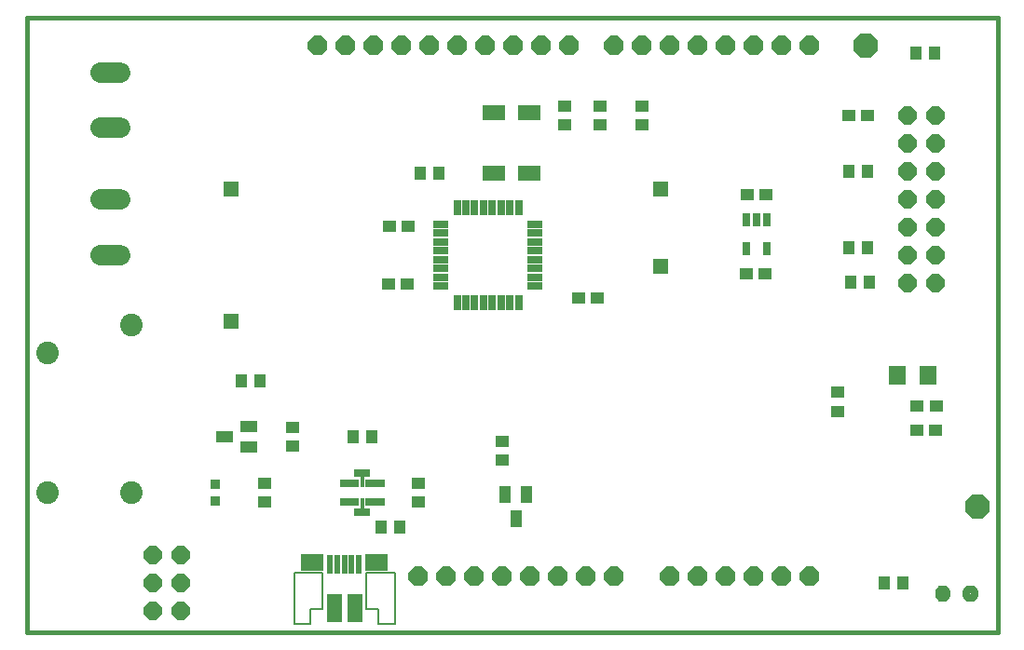
<source format=gbs>
G75*
%MOIN*%
%OFA0B0*%
%FSLAX25Y25*%
%IPPOS*%
%LPD*%
%AMOC8*
5,1,8,0,0,1.08239X$1,22.5*
%
%ADD10C,0.01600*%
%ADD11R,0.05912X0.06699*%
%ADD12R,0.04731X0.04337*%
%ADD13R,0.04337X0.04731*%
%ADD14R,0.02565X0.05124*%
%ADD15R,0.07880X0.05518*%
%ADD16OC8,0.08900*%
%ADD17OC8,0.07000*%
%ADD18C,0.07450*%
%ADD19OC8,0.06400*%
%ADD20R,0.02600X0.05400*%
%ADD21R,0.05400X0.02600*%
%ADD22R,0.01975X0.07132*%
%ADD23R,0.08274X0.06148*%
%ADD24R,0.05813X0.10243*%
%ADD25C,0.00500*%
%ADD26C,0.01120*%
%ADD27R,0.01521X0.03156*%
%ADD28R,0.05550X0.05550*%
%ADD29R,0.03550X0.03550*%
%ADD30R,0.05912X0.04337*%
%ADD31R,0.04337X0.05912*%
%ADD32C,0.08077*%
D10*
X0001800Y0005000D02*
X0349300Y0005000D01*
X0349300Y0225000D01*
X0001800Y0225000D01*
X0001800Y0005000D01*
D11*
X0313332Y0097154D03*
X0324356Y0097154D03*
D12*
X0327108Y0085946D03*
X0320415Y0085946D03*
X0320381Y0077321D03*
X0327073Y0077321D03*
X0291800Y0084154D03*
X0291800Y0090846D03*
X0265919Y0133183D03*
X0259226Y0133183D03*
X0259468Y0161705D03*
X0266161Y0161705D03*
X0295954Y0190000D03*
X0302646Y0190000D03*
X0221800Y0186654D03*
X0221800Y0193346D03*
X0206800Y0193346D03*
X0206800Y0186654D03*
X0194300Y0186654D03*
X0194300Y0193346D03*
X0138269Y0150262D03*
X0131576Y0150262D03*
X0131251Y0129552D03*
X0137944Y0129552D03*
X0199376Y0124552D03*
X0206069Y0124552D03*
X0171800Y0073346D03*
X0171800Y0066654D03*
X0141800Y0058346D03*
X0141800Y0051654D03*
X0096800Y0071654D03*
X0096800Y0078346D03*
X0086800Y0058346D03*
X0086800Y0051654D03*
D13*
X0118454Y0075000D03*
X0125146Y0075000D03*
X0085146Y0095000D03*
X0078454Y0095000D03*
X0128454Y0042500D03*
X0135146Y0042500D03*
X0296690Y0130435D03*
X0303383Y0130435D03*
X0302646Y0142500D03*
X0295954Y0142500D03*
X0295954Y0170000D03*
X0302646Y0170000D03*
X0319799Y0212375D03*
X0326492Y0212375D03*
X0149410Y0169366D03*
X0142717Y0169366D03*
X0308454Y0022500D03*
X0315146Y0022500D03*
D14*
X0266742Y0142310D03*
X0259262Y0142310D03*
X0259262Y0152547D03*
X0263002Y0152547D03*
X0266742Y0152547D03*
D15*
X0181550Y0169488D03*
X0168952Y0169488D03*
X0168952Y0191141D03*
X0181550Y0191141D03*
D16*
X0301800Y0215000D03*
X0341800Y0050000D03*
D17*
X0281800Y0025000D03*
X0271800Y0025000D03*
X0261800Y0025000D03*
X0251800Y0025000D03*
X0241800Y0025000D03*
X0231800Y0025000D03*
X0211800Y0025000D03*
X0201800Y0025000D03*
X0191800Y0025000D03*
X0181800Y0025000D03*
X0171800Y0025000D03*
X0161800Y0025000D03*
X0151800Y0025000D03*
X0141800Y0025000D03*
X0145800Y0215000D03*
X0155800Y0215000D03*
X0165800Y0215000D03*
X0175800Y0215000D03*
X0185800Y0215000D03*
X0195800Y0215000D03*
X0211800Y0215000D03*
X0221800Y0215000D03*
X0231800Y0215000D03*
X0241800Y0215000D03*
X0251800Y0215000D03*
X0261800Y0215000D03*
X0271800Y0215000D03*
X0281800Y0215000D03*
X0135800Y0215000D03*
X0125800Y0215000D03*
X0115800Y0215000D03*
X0105800Y0215000D03*
D18*
X0035325Y0205236D02*
X0028275Y0205236D01*
X0028275Y0185551D02*
X0035325Y0185551D01*
X0035325Y0159843D02*
X0028275Y0159843D01*
X0028275Y0140157D02*
X0035325Y0140157D01*
D19*
X0046800Y0032500D03*
X0056800Y0032500D03*
X0056800Y0022500D03*
X0046800Y0022500D03*
X0046800Y0012500D03*
X0056800Y0012500D03*
X0316800Y0130000D03*
X0326800Y0130000D03*
X0326800Y0140000D03*
X0316800Y0140000D03*
X0316800Y0150000D03*
X0326800Y0150000D03*
X0326800Y0160000D03*
X0316800Y0160000D03*
X0316800Y0170000D03*
X0326800Y0170000D03*
X0326800Y0180000D03*
X0316800Y0180000D03*
X0316800Y0190000D03*
X0326800Y0190000D03*
D20*
X0177824Y0156900D03*
X0174674Y0156900D03*
X0171524Y0156900D03*
X0168375Y0156900D03*
X0165225Y0156900D03*
X0162076Y0156900D03*
X0158926Y0156900D03*
X0155776Y0156900D03*
X0155776Y0123100D03*
X0158926Y0123100D03*
X0162076Y0123100D03*
X0165225Y0123100D03*
X0168375Y0123100D03*
X0171524Y0123100D03*
X0174674Y0123100D03*
X0177824Y0123100D03*
D21*
X0183700Y0128976D03*
X0183700Y0132126D03*
X0183700Y0135276D03*
X0183700Y0138425D03*
X0183700Y0141575D03*
X0183700Y0144724D03*
X0183700Y0147874D03*
X0183700Y0151024D03*
X0149900Y0151024D03*
X0149900Y0147874D03*
X0149900Y0144724D03*
X0149900Y0141575D03*
X0149900Y0138425D03*
X0149900Y0135276D03*
X0149900Y0132126D03*
X0149900Y0128976D03*
D22*
X0120580Y0029449D03*
X0118020Y0029449D03*
X0115461Y0029449D03*
X0112902Y0029449D03*
X0110343Y0029449D03*
D23*
X0104044Y0029961D03*
X0126879Y0029961D03*
D24*
X0119152Y0013583D03*
X0111770Y0013583D03*
D25*
X0107656Y0013268D02*
X0107656Y0026339D01*
X0097519Y0026339D01*
X0097519Y0016142D01*
X0097525Y0016178D01*
X0097525Y0007871D01*
X0103365Y0007835D01*
X0103365Y0013268D01*
X0107656Y0013268D01*
X0123335Y0013268D02*
X0123335Y0026339D01*
X0133473Y0026339D01*
X0133473Y0016142D01*
X0133481Y0016142D01*
X0133481Y0007835D01*
X0127627Y0007835D01*
X0127627Y0013268D01*
X0123335Y0013268D01*
D26*
X0329718Y0017337D02*
X0330278Y0016777D01*
X0328422Y0016777D01*
X0327111Y0018088D01*
X0327111Y0019944D01*
X0328422Y0021255D01*
X0330278Y0021255D01*
X0331589Y0019944D01*
X0331589Y0018088D01*
X0330278Y0016777D01*
X0329930Y0017617D01*
X0328770Y0017617D01*
X0327951Y0018436D01*
X0327951Y0019596D01*
X0328770Y0020415D01*
X0329930Y0020415D01*
X0330749Y0019596D01*
X0330749Y0018436D01*
X0329930Y0017617D01*
X0329582Y0018457D01*
X0329118Y0018457D01*
X0328791Y0018784D01*
X0328791Y0019248D01*
X0329118Y0019575D01*
X0329582Y0019575D01*
X0329909Y0019248D01*
X0329909Y0018784D01*
X0329582Y0018457D01*
X0339618Y0017337D02*
X0340178Y0016777D01*
X0338322Y0016777D01*
X0337011Y0018088D01*
X0337011Y0019944D01*
X0338322Y0021255D01*
X0340178Y0021255D01*
X0341489Y0019944D01*
X0341489Y0018088D01*
X0340178Y0016777D01*
X0339830Y0017617D01*
X0338670Y0017617D01*
X0337851Y0018436D01*
X0337851Y0019596D01*
X0338670Y0020415D01*
X0339830Y0020415D01*
X0340649Y0019596D01*
X0340649Y0018436D01*
X0339830Y0017617D01*
X0339482Y0018457D01*
X0339018Y0018457D01*
X0338691Y0018784D01*
X0338691Y0019248D01*
X0339018Y0019575D01*
X0339482Y0019575D01*
X0339809Y0019248D01*
X0339809Y0018784D01*
X0339482Y0018457D01*
D27*
X0129133Y0051753D03*
X0128059Y0051753D03*
X0126975Y0051753D03*
X0125910Y0051751D03*
X0124838Y0051751D03*
X0123769Y0051752D03*
X0121800Y0051752D03*
X0121800Y0049796D03*
X0121798Y0047921D03*
X0120733Y0047919D03*
X0119661Y0047919D03*
X0122882Y0047921D03*
X0123957Y0047921D03*
X0119831Y0051752D03*
X0118743Y0051752D03*
X0117668Y0051752D03*
X0116584Y0051752D03*
X0115519Y0051750D03*
X0114447Y0051750D03*
X0114488Y0058240D03*
X0115559Y0058240D03*
X0116624Y0058243D03*
X0117708Y0058243D03*
X0118783Y0058243D03*
X0119831Y0058248D03*
X0121800Y0058248D03*
X0123769Y0058248D03*
X0124827Y0058233D03*
X0125898Y0058233D03*
X0126964Y0058235D03*
X0128048Y0058235D03*
X0129122Y0058235D03*
X0123957Y0062076D03*
X0122882Y0062076D03*
X0121798Y0062076D03*
X0120733Y0062074D03*
X0119661Y0062074D03*
X0121798Y0060445D03*
D28*
X0075028Y0116378D03*
X0075028Y0163622D03*
X0228572Y0163622D03*
X0228572Y0136063D03*
D29*
X0069300Y0057953D03*
X0069300Y0052047D03*
D30*
X0081131Y0071260D03*
X0072469Y0075000D03*
X0081131Y0078740D03*
D31*
X0173060Y0054331D03*
X0180540Y0054331D03*
X0176800Y0045669D03*
D32*
X0039300Y0054921D03*
X0009300Y0054921D03*
X0009300Y0104921D03*
X0039300Y0114921D03*
M02*

</source>
